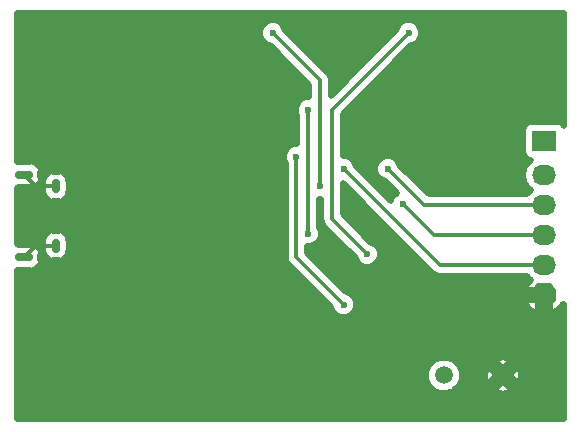
<source format=gbr>
G04 #@! TF.FileFunction,Copper,L2,Bot,Signal*
%FSLAX46Y46*%
G04 Gerber Fmt 4.6, Leading zero omitted, Abs format (unit mm)*
G04 Created by KiCad (PCBNEW 4.0.6) date 03/10/17 18:33:18*
%MOMM*%
%LPD*%
G01*
G04 APERTURE LIST*
%ADD10C,0.150000*%
%ADD11O,1.550000X0.750000*%
%ADD12O,0.750000X1.250000*%
%ADD13R,2.032000X1.727200*%
%ADD14O,2.032000X1.727200*%
%ADD15C,1.500000*%
%ADD16C,0.600000*%
%ADD17C,0.300000*%
%ADD18C,0.508000*%
G04 APERTURE END LIST*
D10*
D11*
X139200000Y-75750000D03*
X139200000Y-82750000D03*
D12*
X141900000Y-76750000D03*
X141900000Y-81750000D03*
D13*
X183250000Y-72900000D03*
D14*
X183250000Y-75790000D03*
X183250000Y-78330000D03*
X183250000Y-80870000D03*
X183250000Y-83410000D03*
X183250000Y-85950000D03*
D15*
X174750000Y-92750000D03*
X179750000Y-92750000D03*
D16*
X140000000Y-74000000D03*
X142000000Y-74000000D03*
X140000000Y-84000000D03*
X142000000Y-84000000D03*
X152750000Y-74250000D03*
X152750000Y-79250000D03*
X152750000Y-84250000D03*
X168250000Y-84250000D03*
X168250000Y-73250000D03*
X167750000Y-79250000D03*
X166250000Y-86750000D03*
X162250000Y-74250000D03*
X163250000Y-80750000D03*
X163250000Y-70250000D03*
X164250000Y-76750000D03*
X160250000Y-63750000D03*
X168250000Y-82500000D03*
X171750000Y-63750000D03*
X170000000Y-75250000D03*
X171250000Y-78250000D03*
X166250000Y-75250000D03*
D17*
X141900000Y-76750000D02*
X140200000Y-76750000D01*
X140200000Y-76750000D02*
X139200000Y-75750000D01*
X141900000Y-81750000D02*
X140200000Y-81750000D01*
X140200000Y-81750000D02*
X139200000Y-82750000D01*
X162250000Y-82750000D02*
X162250000Y-74250000D01*
X162250000Y-82750000D02*
X166250000Y-86750000D01*
X163250000Y-80750000D02*
X163250000Y-70250000D01*
X164250000Y-67750000D02*
X164250000Y-76750000D01*
X160250000Y-63750000D02*
X164250000Y-67750000D01*
X165250000Y-79500000D02*
X168250000Y-82500000D01*
X165250000Y-70250000D02*
X165250000Y-79500000D01*
X171750000Y-63750000D02*
X165250000Y-70250000D01*
X173080000Y-78330000D02*
X183250000Y-78330000D01*
X170000000Y-75250000D02*
X173080000Y-78330000D01*
X173870000Y-80870000D02*
X183250000Y-80870000D01*
X171250000Y-78250000D02*
X173870000Y-80870000D01*
X174410000Y-83410000D02*
X183250000Y-83410000D01*
X166250000Y-75250000D02*
X174410000Y-83410000D01*
D18*
G36*
X184913000Y-71634678D02*
X184822908Y-71494671D01*
X184568269Y-71320683D01*
X184266000Y-71259472D01*
X182234000Y-71259472D01*
X181951620Y-71312605D01*
X181692271Y-71479492D01*
X181518283Y-71734131D01*
X181457072Y-72036400D01*
X181457072Y-73763600D01*
X181510205Y-74045980D01*
X181677092Y-74305329D01*
X181931731Y-74479317D01*
X182102735Y-74513946D01*
X181913294Y-74640527D01*
X181560908Y-75167910D01*
X181437167Y-75790000D01*
X181560908Y-76412090D01*
X181913294Y-76939473D01*
X182093675Y-77060000D01*
X181913294Y-77180527D01*
X181754620Y-77418000D01*
X173457763Y-77418000D01*
X171050031Y-75010268D01*
X170900845Y-74649211D01*
X170602360Y-74350205D01*
X170212172Y-74188185D01*
X169789682Y-74187816D01*
X169399211Y-74349155D01*
X169100205Y-74647640D01*
X168938185Y-75037828D01*
X168937816Y-75460318D01*
X169099155Y-75850789D01*
X169397640Y-76149795D01*
X169760851Y-76300613D01*
X170762558Y-77302321D01*
X170649211Y-77349155D01*
X170350205Y-77647640D01*
X170229087Y-77939325D01*
X167300031Y-75010269D01*
X167150845Y-74649211D01*
X166852360Y-74350205D01*
X166462172Y-74188185D01*
X166162000Y-74187923D01*
X166162000Y-70627762D01*
X171989731Y-64800031D01*
X172350789Y-64650845D01*
X172649795Y-64352360D01*
X172811815Y-63962172D01*
X172812184Y-63539682D01*
X172650845Y-63149211D01*
X172352360Y-62850205D01*
X171962172Y-62688185D01*
X171539682Y-62687816D01*
X171149211Y-62849155D01*
X170850205Y-63147640D01*
X170699387Y-63510851D01*
X165162000Y-69048238D01*
X165162000Y-67750000D01*
X165092578Y-67400993D01*
X165092578Y-67400992D01*
X164894881Y-67105118D01*
X161300031Y-63510269D01*
X161150845Y-63149211D01*
X160852360Y-62850205D01*
X160462172Y-62688185D01*
X160039682Y-62687816D01*
X159649211Y-62849155D01*
X159350205Y-63147640D01*
X159188185Y-63537828D01*
X159187816Y-63960318D01*
X159349155Y-64350789D01*
X159647640Y-64649795D01*
X160010851Y-64800613D01*
X163338000Y-68127763D01*
X163338000Y-69188077D01*
X163039682Y-69187816D01*
X162649211Y-69349155D01*
X162350205Y-69647640D01*
X162188185Y-70037828D01*
X162187816Y-70460318D01*
X162338000Y-70823792D01*
X162338000Y-73188077D01*
X162039682Y-73187816D01*
X161649211Y-73349155D01*
X161350205Y-73647640D01*
X161188185Y-74037828D01*
X161187816Y-74460318D01*
X161338000Y-74823792D01*
X161338000Y-82750000D01*
X161377707Y-82949620D01*
X161407422Y-83099007D01*
X161605119Y-83394881D01*
X165199970Y-86989733D01*
X165349155Y-87350789D01*
X165647640Y-87649795D01*
X166037828Y-87811815D01*
X166460318Y-87812184D01*
X166850789Y-87650845D01*
X167149795Y-87352360D01*
X167311815Y-86962172D01*
X167312112Y-86621648D01*
X181617240Y-86621648D01*
X181974559Y-87102060D01*
X182500920Y-87444134D01*
X182742000Y-87328580D01*
X182742000Y-86381800D01*
X181729002Y-86381800D01*
X181617240Y-86621648D01*
X167312112Y-86621648D01*
X167312184Y-86539682D01*
X167150845Y-86149211D01*
X166852360Y-85850205D01*
X166489150Y-85699387D01*
X163162000Y-82372238D01*
X163162000Y-81811923D01*
X163460318Y-81812184D01*
X163850789Y-81650845D01*
X164149795Y-81352360D01*
X164311815Y-80962172D01*
X164312184Y-80539682D01*
X164162000Y-80176208D01*
X164162000Y-77811923D01*
X164338000Y-77812077D01*
X164338000Y-79500000D01*
X164381866Y-79720527D01*
X164407422Y-79849007D01*
X164605119Y-80144881D01*
X167199970Y-82739733D01*
X167349155Y-83100789D01*
X167647640Y-83399795D01*
X168037828Y-83561815D01*
X168460318Y-83562184D01*
X168850789Y-83400845D01*
X169149795Y-83102360D01*
X169311815Y-82712172D01*
X169312184Y-82289682D01*
X169150845Y-81899211D01*
X168852360Y-81600205D01*
X168489150Y-81449387D01*
X166162000Y-79122238D01*
X166162000Y-76451762D01*
X173765119Y-84054882D01*
X174060993Y-84252578D01*
X174410000Y-84322000D01*
X181754620Y-84322000D01*
X181913294Y-84559473D01*
X182124424Y-84700545D01*
X181974559Y-84797940D01*
X181617240Y-85278352D01*
X181729002Y-85518200D01*
X182742000Y-85518200D01*
X182742000Y-85184000D01*
X183758000Y-85184000D01*
X183758000Y-85518200D01*
X184016000Y-85518200D01*
X184016000Y-86381800D01*
X183758000Y-86381800D01*
X183758000Y-87328580D01*
X183999080Y-87444134D01*
X184525441Y-87102060D01*
X184827457Y-86696002D01*
X184913000Y-86696002D01*
X184913000Y-96413000D01*
X138587000Y-96413000D01*
X138587000Y-93049436D01*
X173237738Y-93049436D01*
X173467441Y-93605360D01*
X173892402Y-94031064D01*
X174447925Y-94261737D01*
X175049436Y-94262262D01*
X175605360Y-94032559D01*
X175705076Y-93933017D01*
X179097313Y-93933017D01*
X179174456Y-94180156D01*
X179765564Y-94291543D01*
X180325544Y-94180156D01*
X180402687Y-93933017D01*
X179750000Y-93280330D01*
X179097313Y-93933017D01*
X175705076Y-93933017D01*
X176031064Y-93607598D01*
X176261737Y-93052075D01*
X176261987Y-92765564D01*
X178208457Y-92765564D01*
X178319844Y-93325544D01*
X178566983Y-93402687D01*
X179219670Y-92750000D01*
X180280330Y-92750000D01*
X180933017Y-93402687D01*
X181180156Y-93325544D01*
X181291543Y-92734436D01*
X181180156Y-92174456D01*
X180933017Y-92097313D01*
X180280330Y-92750000D01*
X179219670Y-92750000D01*
X178566983Y-92097313D01*
X178319844Y-92174456D01*
X178208457Y-92765564D01*
X176261987Y-92765564D01*
X176262262Y-92450564D01*
X176032559Y-91894640D01*
X175705474Y-91566983D01*
X179097313Y-91566983D01*
X179750000Y-92219670D01*
X180402687Y-91566983D01*
X180325544Y-91319844D01*
X179734436Y-91208457D01*
X179174456Y-91319844D01*
X179097313Y-91566983D01*
X175705474Y-91566983D01*
X175607598Y-91468936D01*
X175052075Y-91238263D01*
X174450564Y-91237738D01*
X173894640Y-91467441D01*
X173468936Y-91892402D01*
X173238263Y-92447925D01*
X173237738Y-93049436D01*
X138587000Y-93049436D01*
X138587000Y-83860250D01*
X138634147Y-83877058D01*
X138699177Y-83812000D01*
X139700823Y-83812000D01*
X139765853Y-83877058D01*
X140184535Y-83727797D01*
X140514227Y-83429675D01*
X140678295Y-83110622D01*
X140562000Y-82976894D01*
X140562000Y-82523106D01*
X140678295Y-82389378D01*
X140514227Y-82070325D01*
X140184535Y-81772203D01*
X139765853Y-81622942D01*
X139700823Y-81688000D01*
X138699177Y-81688000D01*
X138634147Y-81622942D01*
X138587000Y-81639750D01*
X138587000Y-81261751D01*
X140795284Y-81261751D01*
X140841001Y-81309912D01*
X140838000Y-81325000D01*
X140838000Y-82175000D01*
X140841001Y-82190088D01*
X140795284Y-82238249D01*
X140897537Y-82474313D01*
X140897907Y-82476172D01*
X140899145Y-82478024D01*
X140970549Y-82642870D01*
X141287315Y-82949620D01*
X141539378Y-83078295D01*
X141673106Y-82962000D01*
X142126894Y-82962000D01*
X142260622Y-83078295D01*
X142512685Y-82949620D01*
X142829451Y-82642870D01*
X142900855Y-82478024D01*
X142902093Y-82476172D01*
X142902463Y-82474313D01*
X143004716Y-82238249D01*
X142958999Y-82190088D01*
X142962000Y-82175000D01*
X142962000Y-81325000D01*
X142958999Y-81309912D01*
X143004716Y-81261751D01*
X142902463Y-81025687D01*
X142902093Y-81023828D01*
X142900855Y-81021976D01*
X142829451Y-80857130D01*
X142512685Y-80550380D01*
X142260622Y-80421705D01*
X142126894Y-80538000D01*
X141673106Y-80538000D01*
X141539378Y-80421705D01*
X141287315Y-80550380D01*
X140970549Y-80857130D01*
X140899145Y-81021976D01*
X140897907Y-81023828D01*
X140897537Y-81025687D01*
X140795284Y-81261751D01*
X138587000Y-81261751D01*
X138587000Y-76860250D01*
X138634147Y-76877058D01*
X138699177Y-76812000D01*
X139700823Y-76812000D01*
X139765853Y-76877058D01*
X140184535Y-76727797D01*
X140514227Y-76429675D01*
X140600579Y-76261751D01*
X140795284Y-76261751D01*
X140841001Y-76309912D01*
X140838000Y-76325000D01*
X140838000Y-77175000D01*
X140841001Y-77190088D01*
X140795284Y-77238249D01*
X140897537Y-77474313D01*
X140897907Y-77476172D01*
X140899145Y-77478024D01*
X140970549Y-77642870D01*
X141287315Y-77949620D01*
X141539378Y-78078295D01*
X141673106Y-77962000D01*
X142126894Y-77962000D01*
X142260622Y-78078295D01*
X142512685Y-77949620D01*
X142829451Y-77642870D01*
X142900855Y-77478024D01*
X142902093Y-77476172D01*
X142902463Y-77474313D01*
X143004716Y-77238249D01*
X142958999Y-77190088D01*
X142962000Y-77175000D01*
X142962000Y-76325000D01*
X142958999Y-76309912D01*
X143004716Y-76261751D01*
X142902463Y-76025687D01*
X142902093Y-76023828D01*
X142900855Y-76021976D01*
X142829451Y-75857130D01*
X142512685Y-75550380D01*
X142260622Y-75421705D01*
X142126894Y-75538000D01*
X141673106Y-75538000D01*
X141539378Y-75421705D01*
X141287315Y-75550380D01*
X140970549Y-75857130D01*
X140899145Y-76021976D01*
X140897907Y-76023828D01*
X140897537Y-76025687D01*
X140795284Y-76261751D01*
X140600579Y-76261751D01*
X140678295Y-76110622D01*
X140562000Y-75976894D01*
X140562000Y-75523106D01*
X140678295Y-75389378D01*
X140514227Y-75070325D01*
X140184535Y-74772203D01*
X139765853Y-74622942D01*
X139700823Y-74688000D01*
X138699177Y-74688000D01*
X138634147Y-74622942D01*
X138587000Y-74639750D01*
X138587000Y-62087000D01*
X184913000Y-62087000D01*
X184913000Y-71634678D01*
X184913000Y-71634678D01*
G37*
X184913000Y-71634678D02*
X184822908Y-71494671D01*
X184568269Y-71320683D01*
X184266000Y-71259472D01*
X182234000Y-71259472D01*
X181951620Y-71312605D01*
X181692271Y-71479492D01*
X181518283Y-71734131D01*
X181457072Y-72036400D01*
X181457072Y-73763600D01*
X181510205Y-74045980D01*
X181677092Y-74305329D01*
X181931731Y-74479317D01*
X182102735Y-74513946D01*
X181913294Y-74640527D01*
X181560908Y-75167910D01*
X181437167Y-75790000D01*
X181560908Y-76412090D01*
X181913294Y-76939473D01*
X182093675Y-77060000D01*
X181913294Y-77180527D01*
X181754620Y-77418000D01*
X173457763Y-77418000D01*
X171050031Y-75010268D01*
X170900845Y-74649211D01*
X170602360Y-74350205D01*
X170212172Y-74188185D01*
X169789682Y-74187816D01*
X169399211Y-74349155D01*
X169100205Y-74647640D01*
X168938185Y-75037828D01*
X168937816Y-75460318D01*
X169099155Y-75850789D01*
X169397640Y-76149795D01*
X169760851Y-76300613D01*
X170762558Y-77302321D01*
X170649211Y-77349155D01*
X170350205Y-77647640D01*
X170229087Y-77939325D01*
X167300031Y-75010269D01*
X167150845Y-74649211D01*
X166852360Y-74350205D01*
X166462172Y-74188185D01*
X166162000Y-74187923D01*
X166162000Y-70627762D01*
X171989731Y-64800031D01*
X172350789Y-64650845D01*
X172649795Y-64352360D01*
X172811815Y-63962172D01*
X172812184Y-63539682D01*
X172650845Y-63149211D01*
X172352360Y-62850205D01*
X171962172Y-62688185D01*
X171539682Y-62687816D01*
X171149211Y-62849155D01*
X170850205Y-63147640D01*
X170699387Y-63510851D01*
X165162000Y-69048238D01*
X165162000Y-67750000D01*
X165092578Y-67400993D01*
X165092578Y-67400992D01*
X164894881Y-67105118D01*
X161300031Y-63510269D01*
X161150845Y-63149211D01*
X160852360Y-62850205D01*
X160462172Y-62688185D01*
X160039682Y-62687816D01*
X159649211Y-62849155D01*
X159350205Y-63147640D01*
X159188185Y-63537828D01*
X159187816Y-63960318D01*
X159349155Y-64350789D01*
X159647640Y-64649795D01*
X160010851Y-64800613D01*
X163338000Y-68127763D01*
X163338000Y-69188077D01*
X163039682Y-69187816D01*
X162649211Y-69349155D01*
X162350205Y-69647640D01*
X162188185Y-70037828D01*
X162187816Y-70460318D01*
X162338000Y-70823792D01*
X162338000Y-73188077D01*
X162039682Y-73187816D01*
X161649211Y-73349155D01*
X161350205Y-73647640D01*
X161188185Y-74037828D01*
X161187816Y-74460318D01*
X161338000Y-74823792D01*
X161338000Y-82750000D01*
X161377707Y-82949620D01*
X161407422Y-83099007D01*
X161605119Y-83394881D01*
X165199970Y-86989733D01*
X165349155Y-87350789D01*
X165647640Y-87649795D01*
X166037828Y-87811815D01*
X166460318Y-87812184D01*
X166850789Y-87650845D01*
X167149795Y-87352360D01*
X167311815Y-86962172D01*
X167312112Y-86621648D01*
X181617240Y-86621648D01*
X181974559Y-87102060D01*
X182500920Y-87444134D01*
X182742000Y-87328580D01*
X182742000Y-86381800D01*
X181729002Y-86381800D01*
X181617240Y-86621648D01*
X167312112Y-86621648D01*
X167312184Y-86539682D01*
X167150845Y-86149211D01*
X166852360Y-85850205D01*
X166489150Y-85699387D01*
X163162000Y-82372238D01*
X163162000Y-81811923D01*
X163460318Y-81812184D01*
X163850789Y-81650845D01*
X164149795Y-81352360D01*
X164311815Y-80962172D01*
X164312184Y-80539682D01*
X164162000Y-80176208D01*
X164162000Y-77811923D01*
X164338000Y-77812077D01*
X164338000Y-79500000D01*
X164381866Y-79720527D01*
X164407422Y-79849007D01*
X164605119Y-80144881D01*
X167199970Y-82739733D01*
X167349155Y-83100789D01*
X167647640Y-83399795D01*
X168037828Y-83561815D01*
X168460318Y-83562184D01*
X168850789Y-83400845D01*
X169149795Y-83102360D01*
X169311815Y-82712172D01*
X169312184Y-82289682D01*
X169150845Y-81899211D01*
X168852360Y-81600205D01*
X168489150Y-81449387D01*
X166162000Y-79122238D01*
X166162000Y-76451762D01*
X173765119Y-84054882D01*
X174060993Y-84252578D01*
X174410000Y-84322000D01*
X181754620Y-84322000D01*
X181913294Y-84559473D01*
X182124424Y-84700545D01*
X181974559Y-84797940D01*
X181617240Y-85278352D01*
X181729002Y-85518200D01*
X182742000Y-85518200D01*
X182742000Y-85184000D01*
X183758000Y-85184000D01*
X183758000Y-85518200D01*
X184016000Y-85518200D01*
X184016000Y-86381800D01*
X183758000Y-86381800D01*
X183758000Y-87328580D01*
X183999080Y-87444134D01*
X184525441Y-87102060D01*
X184827457Y-86696002D01*
X184913000Y-86696002D01*
X184913000Y-96413000D01*
X138587000Y-96413000D01*
X138587000Y-93049436D01*
X173237738Y-93049436D01*
X173467441Y-93605360D01*
X173892402Y-94031064D01*
X174447925Y-94261737D01*
X175049436Y-94262262D01*
X175605360Y-94032559D01*
X175705076Y-93933017D01*
X179097313Y-93933017D01*
X179174456Y-94180156D01*
X179765564Y-94291543D01*
X180325544Y-94180156D01*
X180402687Y-93933017D01*
X179750000Y-93280330D01*
X179097313Y-93933017D01*
X175705076Y-93933017D01*
X176031064Y-93607598D01*
X176261737Y-93052075D01*
X176261987Y-92765564D01*
X178208457Y-92765564D01*
X178319844Y-93325544D01*
X178566983Y-93402687D01*
X179219670Y-92750000D01*
X180280330Y-92750000D01*
X180933017Y-93402687D01*
X181180156Y-93325544D01*
X181291543Y-92734436D01*
X181180156Y-92174456D01*
X180933017Y-92097313D01*
X180280330Y-92750000D01*
X179219670Y-92750000D01*
X178566983Y-92097313D01*
X178319844Y-92174456D01*
X178208457Y-92765564D01*
X176261987Y-92765564D01*
X176262262Y-92450564D01*
X176032559Y-91894640D01*
X175705474Y-91566983D01*
X179097313Y-91566983D01*
X179750000Y-92219670D01*
X180402687Y-91566983D01*
X180325544Y-91319844D01*
X179734436Y-91208457D01*
X179174456Y-91319844D01*
X179097313Y-91566983D01*
X175705474Y-91566983D01*
X175607598Y-91468936D01*
X175052075Y-91238263D01*
X174450564Y-91237738D01*
X173894640Y-91467441D01*
X173468936Y-91892402D01*
X173238263Y-92447925D01*
X173237738Y-93049436D01*
X138587000Y-93049436D01*
X138587000Y-83860250D01*
X138634147Y-83877058D01*
X138699177Y-83812000D01*
X139700823Y-83812000D01*
X139765853Y-83877058D01*
X140184535Y-83727797D01*
X140514227Y-83429675D01*
X140678295Y-83110622D01*
X140562000Y-82976894D01*
X140562000Y-82523106D01*
X140678295Y-82389378D01*
X140514227Y-82070325D01*
X140184535Y-81772203D01*
X139765853Y-81622942D01*
X139700823Y-81688000D01*
X138699177Y-81688000D01*
X138634147Y-81622942D01*
X138587000Y-81639750D01*
X138587000Y-81261751D01*
X140795284Y-81261751D01*
X140841001Y-81309912D01*
X140838000Y-81325000D01*
X140838000Y-82175000D01*
X140841001Y-82190088D01*
X140795284Y-82238249D01*
X140897537Y-82474313D01*
X140897907Y-82476172D01*
X140899145Y-82478024D01*
X140970549Y-82642870D01*
X141287315Y-82949620D01*
X141539378Y-83078295D01*
X141673106Y-82962000D01*
X142126894Y-82962000D01*
X142260622Y-83078295D01*
X142512685Y-82949620D01*
X142829451Y-82642870D01*
X142900855Y-82478024D01*
X142902093Y-82476172D01*
X142902463Y-82474313D01*
X143004716Y-82238249D01*
X142958999Y-82190088D01*
X142962000Y-82175000D01*
X142962000Y-81325000D01*
X142958999Y-81309912D01*
X143004716Y-81261751D01*
X142902463Y-81025687D01*
X142902093Y-81023828D01*
X142900855Y-81021976D01*
X142829451Y-80857130D01*
X142512685Y-80550380D01*
X142260622Y-80421705D01*
X142126894Y-80538000D01*
X141673106Y-80538000D01*
X141539378Y-80421705D01*
X141287315Y-80550380D01*
X140970549Y-80857130D01*
X140899145Y-81021976D01*
X140897907Y-81023828D01*
X140897537Y-81025687D01*
X140795284Y-81261751D01*
X138587000Y-81261751D01*
X138587000Y-76860250D01*
X138634147Y-76877058D01*
X138699177Y-76812000D01*
X139700823Y-76812000D01*
X139765853Y-76877058D01*
X140184535Y-76727797D01*
X140514227Y-76429675D01*
X140600579Y-76261751D01*
X140795284Y-76261751D01*
X140841001Y-76309912D01*
X140838000Y-76325000D01*
X140838000Y-77175000D01*
X140841001Y-77190088D01*
X140795284Y-77238249D01*
X140897537Y-77474313D01*
X140897907Y-77476172D01*
X140899145Y-77478024D01*
X140970549Y-77642870D01*
X141287315Y-77949620D01*
X141539378Y-78078295D01*
X141673106Y-77962000D01*
X142126894Y-77962000D01*
X142260622Y-78078295D01*
X142512685Y-77949620D01*
X142829451Y-77642870D01*
X142900855Y-77478024D01*
X142902093Y-77476172D01*
X142902463Y-77474313D01*
X143004716Y-77238249D01*
X142958999Y-77190088D01*
X142962000Y-77175000D01*
X142962000Y-76325000D01*
X142958999Y-76309912D01*
X143004716Y-76261751D01*
X142902463Y-76025687D01*
X142902093Y-76023828D01*
X142900855Y-76021976D01*
X142829451Y-75857130D01*
X142512685Y-75550380D01*
X142260622Y-75421705D01*
X142126894Y-75538000D01*
X141673106Y-75538000D01*
X141539378Y-75421705D01*
X141287315Y-75550380D01*
X140970549Y-75857130D01*
X140899145Y-76021976D01*
X140897907Y-76023828D01*
X140897537Y-76025687D01*
X140795284Y-76261751D01*
X140600579Y-76261751D01*
X140678295Y-76110622D01*
X140562000Y-75976894D01*
X140562000Y-75523106D01*
X140678295Y-75389378D01*
X140514227Y-75070325D01*
X140184535Y-74772203D01*
X139765853Y-74622942D01*
X139700823Y-74688000D01*
X138699177Y-74688000D01*
X138634147Y-74622942D01*
X138587000Y-74639750D01*
X138587000Y-62087000D01*
X184913000Y-62087000D01*
X184913000Y-71634678D01*
M02*

</source>
